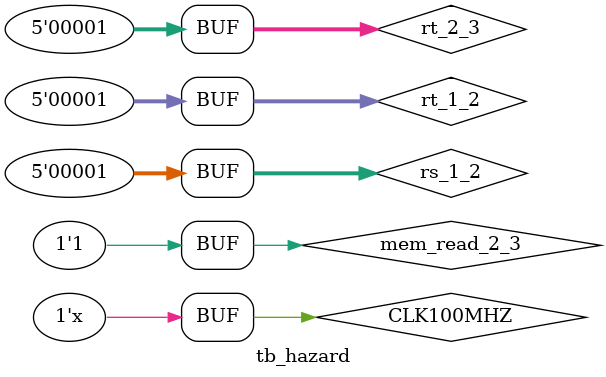
<source format=v>
`timescale 1ns / 1ps

`define len 32
`define NB $clog2(`len)

module tb_hazard(
    );
	
	reg mem_read_2_3;
	reg [`NB-1:0] rt_2_3;
	reg [`NB-1:0] rs_1_2;
	reg [`NB-1:0] rt_1_2;
	reg CLK100MHZ;

	hazard_detection_unit #(.len(`len), .NB(`NB))
	u_hazard_detection_unit(
		.mem_read_2_3(mem_read_2_3),
		.rt_2_3(rt_2_3),
		.rs_1_2(rs_1_2),
		.rt_1_2(rt_1_2)
		);

	initial begin
		CLK100MHZ = 0;

		mem_read_2_3 = 0;
		rt_2_3 = 1;
		rs_1_2 = 0;
		rt_1_2 = 0;
		
		#10

		mem_read_2_3 = 0;
		rt_2_3 = 1;
		rs_1_2 = 1;
		rt_1_2 = 0;
		
		#10

		mem_read_2_3 = 0;
		rt_2_3 = 1;
		rs_1_2 = 0;
		rt_1_2 = 1;
		
		#10

		mem_read_2_3 = 0;
		rt_2_3 = 1;
		rs_1_2 = 1;
		rt_1_2 = 1;
		
		#10

		mem_read_2_3 = 1;
		rt_2_3 = 1;
		rs_1_2 = 0;
		rt_1_2 = 0;
		
		#10

		mem_read_2_3 = 1;
		rt_2_3 = 1;
		rs_1_2 = 0;
		rt_1_2 = 1;
		
		#10

		mem_read_2_3 = 1;
		rt_2_3 = 1;
		rs_1_2 = 1;
		rt_1_2 = 0;
		
		#10

		mem_read_2_3 = 1;
		rt_2_3 = 1;
		rs_1_2 = 1;
		rt_1_2 = 1;

	end

	always
		#5 CLK100MHZ = ~CLK100MHZ;
		
endmodule
</source>
